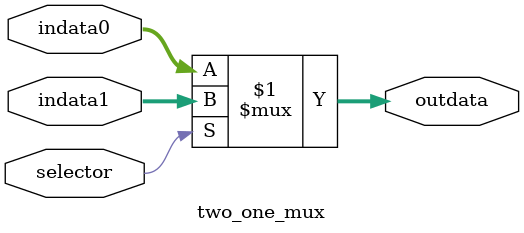
<source format=sv>
module two_one_mux#(parameter width=8)(
	input selector,
	input [width-1:0] indata0,	
        input [width-1:0] indata1,
	output logic [width-1:0] outdata
);

assign outdata = selector ? indata1 : indata0;

endmodule

</source>
